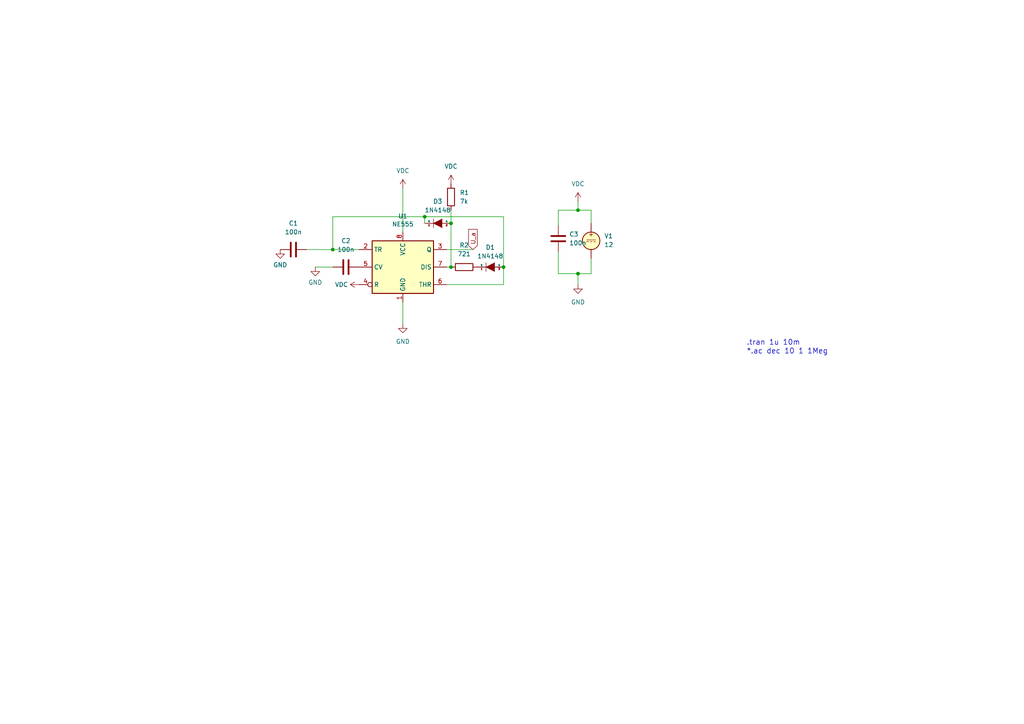
<source format=kicad_sch>
(kicad_sch (version 20230121) (generator eeschema)

  (uuid f3a3e0a1-0539-474a-8e76-e63d51e0791b)

  (paper "A4")

  (lib_symbols
    (symbol "Device:C" (pin_numbers hide) (pin_names (offset 0.254)) (in_bom yes) (on_board yes)
      (property "Reference" "C" (at 0.635 2.54 0)
        (effects (font (size 1.27 1.27)) (justify left))
      )
      (property "Value" "C" (at 0.635 -2.54 0)
        (effects (font (size 1.27 1.27)) (justify left))
      )
      (property "Footprint" "" (at 0.9652 -3.81 0)
        (effects (font (size 1.27 1.27)) hide)
      )
      (property "Datasheet" "~" (at 0 0 0)
        (effects (font (size 1.27 1.27)) hide)
      )
      (property "ki_keywords" "cap capacitor" (at 0 0 0)
        (effects (font (size 1.27 1.27)) hide)
      )
      (property "ki_description" "Unpolarized capacitor" (at 0 0 0)
        (effects (font (size 1.27 1.27)) hide)
      )
      (property "ki_fp_filters" "C_*" (at 0 0 0)
        (effects (font (size 1.27 1.27)) hide)
      )
      (symbol "C_0_1"
        (polyline
          (pts
            (xy -2.032 -0.762)
            (xy 2.032 -0.762)
          )
          (stroke (width 0.508) (type default))
          (fill (type none))
        )
        (polyline
          (pts
            (xy -2.032 0.762)
            (xy 2.032 0.762)
          )
          (stroke (width 0.508) (type default))
          (fill (type none))
        )
      )
      (symbol "C_1_1"
        (pin passive line (at 0 3.81 270) (length 2.794)
          (name "~" (effects (font (size 1.27 1.27))))
          (number "1" (effects (font (size 1.27 1.27))))
        )
        (pin passive line (at 0 -3.81 90) (length 2.794)
          (name "~" (effects (font (size 1.27 1.27))))
          (number "2" (effects (font (size 1.27 1.27))))
        )
      )
    )
    (symbol "Device:R" (pin_numbers hide) (pin_names (offset 0)) (in_bom yes) (on_board yes)
      (property "Reference" "R" (at 2.032 0 90)
        (effects (font (size 1.27 1.27)))
      )
      (property "Value" "R" (at 0 0 90)
        (effects (font (size 1.27 1.27)))
      )
      (property "Footprint" "" (at -1.778 0 90)
        (effects (font (size 1.27 1.27)) hide)
      )
      (property "Datasheet" "~" (at 0 0 0)
        (effects (font (size 1.27 1.27)) hide)
      )
      (property "ki_keywords" "R res resistor" (at 0 0 0)
        (effects (font (size 1.27 1.27)) hide)
      )
      (property "ki_description" "Resistor" (at 0 0 0)
        (effects (font (size 1.27 1.27)) hide)
      )
      (property "ki_fp_filters" "R_*" (at 0 0 0)
        (effects (font (size 1.27 1.27)) hide)
      )
      (symbol "R_0_1"
        (rectangle (start -1.016 -2.54) (end 1.016 2.54)
          (stroke (width 0.254) (type default))
          (fill (type none))
        )
      )
      (symbol "R_1_1"
        (pin passive line (at 0 3.81 270) (length 1.27)
          (name "~" (effects (font (size 1.27 1.27))))
          (number "1" (effects (font (size 1.27 1.27))))
        )
        (pin passive line (at 0 -3.81 90) (length 1.27)
          (name "~" (effects (font (size 1.27 1.27))))
          (number "2" (effects (font (size 1.27 1.27))))
        )
      )
    )
    (symbol "Simulation_SPICE:VDC" (pin_numbers hide) (pin_names (offset 0.0254)) (in_bom yes) (on_board yes)
      (property "Reference" "V" (at 2.54 2.54 0)
        (effects (font (size 1.27 1.27)) (justify left))
      )
      (property "Value" "1" (at 2.54 0 0)
        (effects (font (size 1.27 1.27)) (justify left))
      )
      (property "Footprint" "" (at 0 0 0)
        (effects (font (size 1.27 1.27)) hide)
      )
      (property "Datasheet" "~" (at 0 0 0)
        (effects (font (size 1.27 1.27)) hide)
      )
      (property "Sim.Pins" "1=+ 2=-" (at 0 0 0)
        (effects (font (size 1.27 1.27)) hide)
      )
      (property "Sim.Type" "DC" (at 0 0 0)
        (effects (font (size 1.27 1.27)) hide)
      )
      (property "Sim.Device" "V" (at 0 0 0)
        (effects (font (size 1.27 1.27)) (justify left) hide)
      )
      (property "ki_keywords" "simulation" (at 0 0 0)
        (effects (font (size 1.27 1.27)) hide)
      )
      (property "ki_description" "Voltage source, DC" (at 0 0 0)
        (effects (font (size 1.27 1.27)) hide)
      )
      (symbol "VDC_0_0"
        (polyline
          (pts
            (xy -1.27 0.254)
            (xy 1.27 0.254)
          )
          (stroke (width 0) (type default))
          (fill (type none))
        )
        (polyline
          (pts
            (xy -0.762 -0.254)
            (xy -1.27 -0.254)
          )
          (stroke (width 0) (type default))
          (fill (type none))
        )
        (polyline
          (pts
            (xy 0.254 -0.254)
            (xy -0.254 -0.254)
          )
          (stroke (width 0) (type default))
          (fill (type none))
        )
        (polyline
          (pts
            (xy 1.27 -0.254)
            (xy 0.762 -0.254)
          )
          (stroke (width 0) (type default))
          (fill (type none))
        )
        (text "+" (at 0 1.905 0)
          (effects (font (size 1.27 1.27)))
        )
      )
      (symbol "VDC_0_1"
        (circle (center 0 0) (radius 2.54)
          (stroke (width 0.254) (type default))
          (fill (type background))
        )
      )
      (symbol "VDC_1_1"
        (pin passive line (at 0 5.08 270) (length 2.54)
          (name "~" (effects (font (size 1.27 1.27))))
          (number "1" (effects (font (size 1.27 1.27))))
        )
        (pin passive line (at 0 -5.08 90) (length 2.54)
          (name "~" (effects (font (size 1.27 1.27))))
          (number "2" (effects (font (size 1.27 1.27))))
        )
      )
    )
    (symbol "Timer:NE555" (in_bom yes) (on_board yes)
      (property "Reference" "U" (at -10.16 8.89 0)
        (effects (font (size 1.27 1.27)) (justify left))
      )
      (property "Value" "Timer_NE555" (at 2.54 8.89 0)
        (effects (font (size 1.27 1.27)) (justify left))
      )
      (property "Footprint" "" (at 0 0 0)
        (effects (font (size 1.27 1.27)) hide)
      )
      (property "Datasheet" "" (at 0 0 0)
        (effects (font (size 1.27 1.27)) hide)
      )
      (property "ki_fp_filters" "SOIC*3.9x4.9mm*P1.27mm* DIP*W7.62mm* TSSOP*3x3mm*P0.65mm*" (at 0 0 0)
        (effects (font (size 1.27 1.27)) hide)
      )
      (symbol "NE555_0_0"
        (pin power_in line (at 0 -10.16 90) (length 2.54)
          (name "GND" (effects (font (size 1.27 1.27))))
          (number "1" (effects (font (size 1.27 1.27))))
        )
        (pin power_in line (at 0 10.16 270) (length 2.54)
          (name "VCC" (effects (font (size 1.27 1.27))))
          (number "8" (effects (font (size 1.27 1.27))))
        )
      )
      (symbol "NE555_0_1"
        (rectangle (start -8.89 -7.62) (end 8.89 7.62)
          (stroke (width 0.254) (type solid))
          (fill (type background))
        )
        (rectangle (start -8.89 -7.62) (end 8.89 7.62)
          (stroke (width 0.254) (type solid))
          (fill (type background))
        )
      )
      (symbol "NE555_1_1"
        (pin input line (at -12.7 5.08 0) (length 3.81)
          (name "TR" (effects (font (size 1.27 1.27))))
          (number "2" (effects (font (size 1.27 1.27))))
        )
        (pin output line (at 12.7 5.08 180) (length 3.81)
          (name "Q" (effects (font (size 1.27 1.27))))
          (number "3" (effects (font (size 1.27 1.27))))
        )
        (pin input inverted (at -12.7 -5.08 0) (length 3.81)
          (name "R" (effects (font (size 1.27 1.27))))
          (number "4" (effects (font (size 1.27 1.27))))
        )
        (pin input line (at -12.7 0 0) (length 3.81)
          (name "CV" (effects (font (size 1.27 1.27))))
          (number "5" (effects (font (size 1.27 1.27))))
        )
        (pin input line (at 12.7 -5.08 180) (length 3.81)
          (name "THR" (effects (font (size 1.27 1.27))))
          (number "6" (effects (font (size 1.27 1.27))))
        )
        (pin input line (at 12.7 0 180) (length 3.81)
          (name "DIS" (effects (font (size 1.27 1.27))))
          (number "7" (effects (font (size 1.27 1.27))))
        )
      )
    )
    (symbol "power:GND" (power) (pin_names (offset 0)) (in_bom yes) (on_board yes)
      (property "Reference" "#PWR" (at 0 -6.35 0)
        (effects (font (size 1.27 1.27)) hide)
      )
      (property "Value" "GND" (at 0 -3.81 0)
        (effects (font (size 1.27 1.27)))
      )
      (property "Footprint" "" (at 0 0 0)
        (effects (font (size 1.27 1.27)) hide)
      )
      (property "Datasheet" "" (at 0 0 0)
        (effects (font (size 1.27 1.27)) hide)
      )
      (property "ki_keywords" "global power" (at 0 0 0)
        (effects (font (size 1.27 1.27)) hide)
      )
      (property "ki_description" "Power symbol creates a global label with name \"GND\" , ground" (at 0 0 0)
        (effects (font (size 1.27 1.27)) hide)
      )
      (symbol "GND_0_1"
        (polyline
          (pts
            (xy 0 0)
            (xy 0 -1.27)
            (xy 1.27 -1.27)
            (xy 0 -2.54)
            (xy -1.27 -1.27)
            (xy 0 -1.27)
          )
          (stroke (width 0) (type default))
          (fill (type none))
        )
      )
      (symbol "GND_1_1"
        (pin power_in line (at 0 0 270) (length 0) hide
          (name "GND" (effects (font (size 1.27 1.27))))
          (number "1" (effects (font (size 1.27 1.27))))
        )
      )
    )
    (symbol "power:VDC" (power) (pin_names (offset 0)) (in_bom yes) (on_board yes)
      (property "Reference" "#PWR" (at 0 -2.54 0)
        (effects (font (size 1.27 1.27)) hide)
      )
      (property "Value" "VDC" (at 0 6.35 0)
        (effects (font (size 1.27 1.27)))
      )
      (property "Footprint" "" (at 0 0 0)
        (effects (font (size 1.27 1.27)) hide)
      )
      (property "Datasheet" "" (at 0 0 0)
        (effects (font (size 1.27 1.27)) hide)
      )
      (property "ki_keywords" "global power" (at 0 0 0)
        (effects (font (size 1.27 1.27)) hide)
      )
      (property "ki_description" "Power symbol creates a global label with name \"VDC\"" (at 0 0 0)
        (effects (font (size 1.27 1.27)) hide)
      )
      (symbol "VDC_0_1"
        (polyline
          (pts
            (xy -0.762 1.27)
            (xy 0 2.54)
          )
          (stroke (width 0) (type default))
          (fill (type none))
        )
        (polyline
          (pts
            (xy 0 0)
            (xy 0 2.54)
          )
          (stroke (width 0) (type default))
          (fill (type none))
        )
        (polyline
          (pts
            (xy 0 2.54)
            (xy 0.762 1.27)
          )
          (stroke (width 0) (type default))
          (fill (type none))
        )
      )
      (symbol "VDC_1_1"
        (pin power_in line (at 0 0 90) (length 0) hide
          (name "VDC" (effects (font (size 1.27 1.27))))
          (number "1" (effects (font (size 1.27 1.27))))
        )
      )
    )
    (symbol "rectifier_schlib:D" (pin_names (offset 0)) (in_bom yes) (on_board yes)
      (property "Reference" "D" (at 0 2.54 0)
        (effects (font (size 1.27 1.27)))
      )
      (property "Value" "D" (at 0 -2.54 0)
        (effects (font (size 1.27 1.27)))
      )
      (property "Footprint" "" (at 0 0 0)
        (effects (font (size 1.27 1.27)))
      )
      (property "Datasheet" "" (at 0 0 0)
        (effects (font (size 1.27 1.27)))
      )
      (property "ki_fp_filters" "Diode_* D-Pak_TO252AA *SingleDiode *_Diode_* *SingleDiode*" (at 0 0 0)
        (effects (font (size 1.27 1.27)) hide)
      )
      (symbol "D_0_1"
        (polyline
          (pts
            (xy -1.27 1.27)
            (xy -1.27 -1.27)
          )
          (stroke (width 0.1524) (type default))
          (fill (type none))
        )
        (polyline
          (pts
            (xy 1.27 1.27)
            (xy -1.27 0)
            (xy 1.27 -1.27)
          )
          (stroke (width 0) (type default))
          (fill (type outline))
        )
      )
      (symbol "D_1_1"
        (pin passive line (at -3.81 0 0) (length 2.54)
          (name "K" (effects (font (size 0.508 0.508))))
          (number "1" (effects (font (size 0.508 0.508))))
        )
        (pin passive line (at 3.81 0 180) (length 2.54)
          (name "A" (effects (font (size 0.508 0.508))))
          (number "2" (effects (font (size 0.508 0.508))))
        )
      )
    )
  )

  (junction (at 146.05 77.47) (diameter 0) (color 0 0 0 0)
    (uuid 13368b47-d7e9-4de5-980f-d722e1ff4904)
  )
  (junction (at 167.64 79.375) (diameter 0) (color 0 0 0 0)
    (uuid 1687c296-e1fd-4ca6-b664-f7f4a9d8aa74)
  )
  (junction (at 123.19 62.865) (diameter 0) (color 0 0 0 0)
    (uuid 20f6fa54-eda2-452b-abd3-2dc005210fa7)
  )
  (junction (at 130.81 64.77) (diameter 0) (color 0 0 0 0)
    (uuid 3d063861-60b1-4c80-9ab4-95bbed7ccabf)
  )
  (junction (at 167.64 60.96) (diameter 0) (color 0 0 0 0)
    (uuid 58bc204c-fa1d-42fe-9bcd-ea64954e5bad)
  )
  (junction (at 130.81 77.47) (diameter 0) (color 0 0 0 0)
    (uuid 6f4b30cf-30e2-4d93-8e68-df3c28903663)
  )
  (junction (at 96.52 72.39) (diameter 0) (color 0 0 0 0)
    (uuid 92994780-8a39-47c6-8e82-2409d6088232)
  )

  (wire (pts (xy 116.84 54.61) (xy 116.84 67.31))
    (stroke (width 0) (type default))
    (uuid 04e2742a-bc94-46e0-9d9f-bc5ac9654093)
  )
  (wire (pts (xy 167.64 82.55) (xy 167.64 79.375))
    (stroke (width 0) (type default))
    (uuid 06b719c9-4af5-4651-9fc3-9d475fab48d2)
  )
  (wire (pts (xy 130.81 77.47) (xy 130.81 64.77))
    (stroke (width 0) (type default))
    (uuid 0948bd9f-2061-4242-a11d-b45ed57a0b6a)
  )
  (wire (pts (xy 146.05 82.55) (xy 146.05 77.47))
    (stroke (width 0) (type default))
    (uuid 108bba23-b826-4d4a-a5eb-3dbea5b15310)
  )
  (wire (pts (xy 96.52 62.865) (xy 123.19 62.865))
    (stroke (width 0) (type default))
    (uuid 1424fa43-2be5-45c7-8a3b-b9a4e0412f76)
  )
  (wire (pts (xy 129.54 72.39) (xy 137.16 72.39))
    (stroke (width 0) (type default))
    (uuid 198a205c-3ccf-416d-bcb9-13dd2cbe0286)
  )
  (wire (pts (xy 161.925 79.375) (xy 161.925 73.025))
    (stroke (width 0) (type default))
    (uuid 1c169ecd-398d-4960-8d8d-a2c8fde72aea)
  )
  (wire (pts (xy 171.45 60.96) (xy 167.64 60.96))
    (stroke (width 0) (type default))
    (uuid 1f9de94f-275e-4b29-b3ec-27c689eb1451)
  )
  (wire (pts (xy 161.925 65.405) (xy 161.925 60.96))
    (stroke (width 0) (type default))
    (uuid 223e2f4e-403b-4094-97d8-6e8b9167d8e4)
  )
  (wire (pts (xy 167.64 79.375) (xy 171.45 79.375))
    (stroke (width 0) (type default))
    (uuid 2b7aafbe-a3fb-4120-a8cf-bfd8c4b8a1d2)
  )
  (wire (pts (xy 161.925 60.96) (xy 167.64 60.96))
    (stroke (width 0) (type default))
    (uuid 2c07fd10-56a2-4959-875f-b853ecec7426)
  )
  (wire (pts (xy 129.54 82.55) (xy 146.05 82.55))
    (stroke (width 0) (type default))
    (uuid 36421dbb-6deb-485a-a90b-011bfb1be818)
  )
  (wire (pts (xy 123.19 62.865) (xy 146.05 62.865))
    (stroke (width 0) (type default))
    (uuid 37fc97f6-6852-4242-8438-ea959e0a56b8)
  )
  (wire (pts (xy 96.52 72.39) (xy 104.14 72.39))
    (stroke (width 0) (type default))
    (uuid 398c5f47-1b04-48af-befa-54b23f5bd40d)
  )
  (wire (pts (xy 123.19 62.865) (xy 123.19 64.77))
    (stroke (width 0) (type default))
    (uuid 3f11e4ab-b96f-4058-b352-767ea6d8a9d8)
  )
  (wire (pts (xy 167.64 60.96) (xy 167.64 58.42))
    (stroke (width 0) (type default))
    (uuid 6e018d48-ed69-4856-b3a1-bdbeecde7b99)
  )
  (wire (pts (xy 129.54 77.47) (xy 130.81 77.47))
    (stroke (width 0) (type default))
    (uuid 7a88865c-55ce-4299-8927-14dc42eb6d44)
  )
  (wire (pts (xy 88.9 72.39) (xy 96.52 72.39))
    (stroke (width 0) (type default))
    (uuid 7f46db16-a67e-4fab-b14e-53733275721c)
  )
  (wire (pts (xy 116.84 87.63) (xy 116.84 93.98))
    (stroke (width 0) (type default))
    (uuid 9dd36365-9db9-4e2c-95a4-cdba51dbca55)
  )
  (wire (pts (xy 130.81 64.77) (xy 130.81 60.96))
    (stroke (width 0) (type default))
    (uuid b26e8995-1195-4f6c-bfa5-831d90eef8e2)
  )
  (wire (pts (xy 91.44 77.47) (xy 96.52 77.47))
    (stroke (width 0) (type default))
    (uuid b6885727-0f2b-4f5c-a8ad-ecb04c53161c)
  )
  (wire (pts (xy 96.52 62.865) (xy 96.52 72.39))
    (stroke (width 0) (type default))
    (uuid cd9c455d-af5f-4d09-a21d-3fc8b766e049)
  )
  (wire (pts (xy 171.45 79.375) (xy 171.45 74.93))
    (stroke (width 0) (type default))
    (uuid dfe9d962-b1dd-456c-b2dc-dffc37fc28d7)
  )
  (wire (pts (xy 167.64 79.375) (xy 161.925 79.375))
    (stroke (width 0) (type default))
    (uuid e4d35847-0f81-4e11-be05-c912fce32728)
  )
  (wire (pts (xy 171.45 64.77) (xy 171.45 60.96))
    (stroke (width 0) (type default))
    (uuid e55745c7-a771-4adf-9596-4845af7a3599)
  )
  (wire (pts (xy 146.05 77.47) (xy 146.05 62.865))
    (stroke (width 0) (type default))
    (uuid ec52ca6b-0a64-4e71-80bb-6dc1fa890a00)
  )

  (text ".tran 1u 10m\n" (at 216.535 100.33 0)
    (effects (font (size 1.524 1.524)) (justify left bottom))
    (uuid a99b3beb-0771-4d1a-b967-ff57fbd9b898)
  )
  (text "*.ac dec 10 1 1Meg\n" (at 216.535 102.87 0)
    (effects (font (size 1.524 1.524)) (justify left bottom))
    (uuid aec5e20d-1664-423f-8b51-0da23f8d4ad9)
  )

  (global_label "U_a" (shape input) (at 137.16 72.39 90) (fields_autoplaced)
    (effects (font (size 1.27 1.27)) (justify left))
    (uuid d8865af9-92b2-48ab-a084-5826e9ed7a08)
    (property "Intersheetrefs" "${INTERSHEET_REFS}" (at 137.16 65.9577 90)
      (effects (font (size 1.27 1.27)) (justify left) hide)
    )
  )

  (symbol (lib_id "Device:C") (at 161.925 69.215 0) (unit 1)
    (in_bom yes) (on_board yes) (dnp no) (fields_autoplaced)
    (uuid 061917cc-26ed-4ef5-a348-d8c720b18688)
    (property "Reference" "C3" (at 165.1 67.945 0)
      (effects (font (size 1.27 1.27)) (justify left))
    )
    (property "Value" "100n" (at 165.1 70.485 0)
      (effects (font (size 1.27 1.27)) (justify left))
    )
    (property "Footprint" "" (at 162.8902 73.025 0)
      (effects (font (size 1.27 1.27)) hide)
    )
    (property "Datasheet" "~" (at 161.925 69.215 0)
      (effects (font (size 1.27 1.27)) hide)
    )
    (pin "2" (uuid 0a20a9f5-5d32-4523-8ab8-fe31daedf5ce))
    (pin "1" (uuid 86d42a4c-37ab-4134-9768-801d0c1a5406))
    (instances
      (project "NE555_einstellbare_tastgrad"
        (path "/f3a3e0a1-0539-474a-8e76-e63d51e0791b"
          (reference "C3") (unit 1)
        )
      )
    )
  )

  (symbol (lib_id "power:GND") (at 81.28 72.39 0) (unit 1)
    (in_bom yes) (on_board yes) (dnp no) (fields_autoplaced)
    (uuid 0dae9a40-48fd-410f-b469-d7716a40460e)
    (property "Reference" "#PWR01" (at 81.28 78.74 0)
      (effects (font (size 1.27 1.27)) hide)
    )
    (property "Value" "GND" (at 81.28 76.835 0)
      (effects (font (size 1.27 1.27)))
    )
    (property "Footprint" "" (at 81.28 72.39 0)
      (effects (font (size 1.27 1.27)) hide)
    )
    (property "Datasheet" "" (at 81.28 72.39 0)
      (effects (font (size 1.27 1.27)) hide)
    )
    (pin "1" (uuid 9e15a171-72a9-4691-9fa7-7251751fea20))
    (instances
      (project "NE555_einstellbare_tastgrad"
        (path "/f3a3e0a1-0539-474a-8e76-e63d51e0791b"
          (reference "#PWR01") (unit 1)
        )
      )
    )
  )

  (symbol (lib_id "power:VDC") (at 130.81 53.34 0) (unit 1)
    (in_bom yes) (on_board yes) (dnp no) (fields_autoplaced)
    (uuid 0efbf74e-c91f-4e44-90b1-890876c04efb)
    (property "Reference" "#PWR08" (at 130.81 55.88 0)
      (effects (font (size 1.27 1.27)) hide)
    )
    (property "Value" "VDC" (at 130.81 48.26 0)
      (effects (font (size 1.27 1.27)))
    )
    (property "Footprint" "" (at 130.81 53.34 0)
      (effects (font (size 1.27 1.27)) hide)
    )
    (property "Datasheet" "" (at 130.81 53.34 0)
      (effects (font (size 1.27 1.27)) hide)
    )
    (pin "1" (uuid 17357060-14ac-4961-844e-8471f50d29d1))
    (instances
      (project "NE555_einstellbare_tastgrad"
        (path "/f3a3e0a1-0539-474a-8e76-e63d51e0791b"
          (reference "#PWR08") (unit 1)
        )
      )
    )
  )

  (symbol (lib_id "Device:R") (at 130.81 57.15 0) (unit 1)
    (in_bom yes) (on_board yes) (dnp no) (fields_autoplaced)
    (uuid 20172619-7466-4423-b7a6-b58d298f0bb3)
    (property "Reference" "R1" (at 133.35 55.88 0)
      (effects (font (size 1.27 1.27)) (justify left))
    )
    (property "Value" "7k" (at 133.35 58.42 0)
      (effects (font (size 1.27 1.27)) (justify left))
    )
    (property "Footprint" "" (at 129.032 57.15 90)
      (effects (font (size 1.27 1.27)) hide)
    )
    (property "Datasheet" "~" (at 130.81 57.15 0)
      (effects (font (size 1.27 1.27)) hide)
    )
    (pin "1" (uuid ebb64c06-835d-480e-b6b5-bfbb8dbfc29a))
    (pin "2" (uuid 601747fc-ed5a-4e35-b66a-1252e37ea859))
    (instances
      (project "NE555_einstellbare_tastgrad"
        (path "/f3a3e0a1-0539-474a-8e76-e63d51e0791b"
          (reference "R1") (unit 1)
        )
      )
    )
  )

  (symbol (lib_id "power:VDC") (at 104.14 82.55 90) (unit 1)
    (in_bom yes) (on_board yes) (dnp no) (fields_autoplaced)
    (uuid 21367867-c3e8-496b-9b06-2e0a190d06a7)
    (property "Reference" "#PWR03" (at 106.68 82.55 0)
      (effects (font (size 1.27 1.27)) hide)
    )
    (property "Value" "VDC" (at 100.965 82.55 90)
      (effects (font (size 1.27 1.27)) (justify left))
    )
    (property "Footprint" "" (at 104.14 82.55 0)
      (effects (font (size 1.27 1.27)) hide)
    )
    (property "Datasheet" "" (at 104.14 82.55 0)
      (effects (font (size 1.27 1.27)) hide)
    )
    (pin "1" (uuid 5c680694-0007-4166-8a95-853e92bb6c77))
    (instances
      (project "NE555_einstellbare_tastgrad"
        (path "/f3a3e0a1-0539-474a-8e76-e63d51e0791b"
          (reference "#PWR03") (unit 1)
        )
      )
    )
  )

  (symbol (lib_id "rectifier_schlib:D") (at 142.24 77.47 0) (unit 1)
    (in_bom yes) (on_board yes) (dnp no) (fields_autoplaced)
    (uuid 21faa261-87ec-4a36-a92a-9bde9a9fff3f)
    (property "Reference" "D1" (at 142.2019 71.755 0)
      (effects (font (size 1.27 1.27)))
    )
    (property "Value" "1N4148" (at 142.2019 74.295 0)
      (effects (font (size 1.27 1.27)))
    )
    (property "Footprint" "" (at 142.24 77.47 0)
      (effects (font (size 1.27 1.27)))
    )
    (property "Datasheet" "" (at 142.24 77.47 0)
      (effects (font (size 1.27 1.27)))
    )
    (property "Fieldname" "Value" (at 142.24 77.47 0)
      (effects (font (size 1.524 1.524)) hide)
    )
    (property "Sim.Library" "diode.mod" (at 142.24 77.47 0)
      (effects (font (size 1.27 1.27)) hide)
    )
    (property "Sim.Name" "1N4148" (at 142.24 77.47 0)
      (effects (font (size 1.27 1.27)) hide)
    )
    (property "Sim.Pins" "2=1 1=2" (at 142.24 77.47 0)
      (effects (font (size 1.524 1.524)) hide)
    )
    (pin "1" (uuid 37c74391-fbe3-455a-b90c-4db08c08a95f))
    (pin "2" (uuid 0daffa2c-b67d-4f63-b096-65af757fe971))
    (instances
      (project "NE555_einstellbare_tastgrad"
        (path "/f3a3e0a1-0539-474a-8e76-e63d51e0791b"
          (reference "D1") (unit 1)
        )
      )
    )
  )

  (symbol (lib_id "Simulation_SPICE:VDC") (at 171.45 69.85 0) (unit 1)
    (in_bom yes) (on_board yes) (dnp no) (fields_autoplaced)
    (uuid 3125c62c-d372-469d-8064-137e5d5760f5)
    (property "Reference" "V1" (at 175.26 68.4502 0)
      (effects (font (size 1.27 1.27)) (justify left))
    )
    (property "Value" "12" (at 175.26 70.9902 0)
      (effects (font (size 1.27 1.27)) (justify left))
    )
    (property "Footprint" "" (at 171.45 69.85 0)
      (effects (font (size 1.27 1.27)) hide)
    )
    (property "Datasheet" "~" (at 171.45 69.85 0)
      (effects (font (size 1.27 1.27)) hide)
    )
    (property "Sim.Pins" "1=+ 2=-" (at 171.45 69.85 0)
      (effects (font (size 1.27 1.27)) hide)
    )
    (property "Sim.Type" "DC" (at 171.45 69.85 0)
      (effects (font (size 1.27 1.27)) hide)
    )
    (property "Sim.Device" "V" (at 171.45 69.85 0)
      (effects (font (size 1.27 1.27)) (justify left) hide)
    )
    (pin "1" (uuid d96643f9-465b-4bc5-b409-ea2d1a28f84e))
    (pin "2" (uuid b5e9417a-ae92-4008-bda0-c65f8fbfaac4))
    (instances
      (project "NE555_einstellbare_tastgrad"
        (path "/f3a3e0a1-0539-474a-8e76-e63d51e0791b"
          (reference "V1") (unit 1)
        )
      )
    )
  )

  (symbol (lib_id "Timer:NE555") (at 116.84 77.47 0) (unit 1)
    (in_bom yes) (on_board yes) (dnp no)
    (uuid 3498450f-e71c-48ed-927f-eb871a6a0eea)
    (property "Reference" "U1" (at 116.84 62.7126 0)
      (effects (font (size 1.27 1.27)))
    )
    (property "Value" "NE555" (at 116.84 65.024 0)
      (effects (font (size 1.27 1.27)))
    )
    (property "Footprint" "" (at 116.84 77.47 0)
      (effects (font (size 1.27 1.27)) hide)
    )
    (property "Datasheet" "http://www.ti.com/lit/ds/symlink/ne555.pdf" (at 116.84 77.47 0)
      (effects (font (size 1.27 1.27)) hide)
    )
    (property "Spice_Primitive" "X" (at 116.84 77.47 0)
      (effects (font (size 1.27 1.27)) hide)
    )
    (property "Spice_Model" "NE555" (at 116.84 77.47 0)
      (effects (font (size 1.27 1.27)) hide)
    )
    (property "Spice_Netlist_Enabled" "Y" (at 116.84 77.47 0)
      (effects (font (size 1.27 1.27)) hide)
    )
    (property "Spice_Lib_File" "NE555.lib" (at 116.84 77.47 0)
      (effects (font (size 1.27 1.27)) hide)
    )
    (property "Sim.Library" "NE555.lib" (at 116.84 77.47 0)
      (effects (font (size 1.27 1.27)) hide)
    )
    (property "Sim.Name" "NE555" (at 116.84 77.47 0)
      (effects (font (size 1.27 1.27)) hide)
    )
    (property "Sim.Device" "SUBCKT" (at 116.84 77.47 0)
      (effects (font (size 1.27 1.27)) hide)
    )
    (property "Sim.Pins" "1=1 2=2 3=3 4=4 5=5 6=6 7=7 8=8" (at 116.84 77.47 0)
      (effects (font (size 1.27 1.27)) hide)
    )
    (pin "2" (uuid fd5c93a0-c520-454e-b9d3-9aa1448a5f66))
    (pin "1" (uuid b59a1b68-1d84-4ef3-b65f-f908067ebadc))
    (pin "6" (uuid 46455b6b-e808-4471-a5b9-2551a3d7c4a7))
    (pin "7" (uuid 63665ada-66d9-4a5a-8798-4c42e0c1c82c))
    (pin "3" (uuid 6a093344-4759-4ecf-951b-b47b484b1a5a))
    (pin "8" (uuid a03da39c-30e5-4a71-a578-28b6d81ee1a8))
    (pin "4" (uuid ea90430a-a01b-44ea-96ce-e15dad571496))
    (pin "5" (uuid 361d0330-4d03-463b-864b-5f1af78b9799))
    (instances
      (project "NE555_einstellbare_tastgrad"
        (path "/f3a3e0a1-0539-474a-8e76-e63d51e0791b"
          (reference "U1") (unit 1)
        )
      )
    )
  )

  (symbol (lib_id "Device:C") (at 85.09 72.39 90) (unit 1)
    (in_bom yes) (on_board yes) (dnp no) (fields_autoplaced)
    (uuid 5f1056be-a3e4-4048-9303-41a018abbd07)
    (property "Reference" "C1" (at 85.09 64.77 90)
      (effects (font (size 1.27 1.27)))
    )
    (property "Value" "100n" (at 85.09 67.31 90)
      (effects (font (size 1.27 1.27)))
    )
    (property "Footprint" "" (at 88.9 71.4248 0)
      (effects (font (size 1.27 1.27)) hide)
    )
    (property "Datasheet" "~" (at 85.09 72.39 0)
      (effects (font (size 1.27 1.27)) hide)
    )
    (pin "2" (uuid 2a5aeea7-6714-4a0e-ad58-d72eada2258e))
    (pin "1" (uuid b9cea2e8-926a-4926-bf7d-6d3e3756a256))
    (instances
      (project "NE555_einstellbare_tastgrad"
        (path "/f3a3e0a1-0539-474a-8e76-e63d51e0791b"
          (reference "C1") (unit 1)
        )
      )
    )
  )

  (symbol (lib_id "Device:C") (at 100.33 77.47 90) (unit 1)
    (in_bom yes) (on_board yes) (dnp no) (fields_autoplaced)
    (uuid 787ba749-d165-47f4-a749-f0c0027ad3b6)
    (property "Reference" "C2" (at 100.33 69.85 90)
      (effects (font (size 1.27 1.27)))
    )
    (property "Value" "100n" (at 100.33 72.39 90)
      (effects (font (size 1.27 1.27)))
    )
    (property "Footprint" "" (at 104.14 76.5048 0)
      (effects (font (size 1.27 1.27)) hide)
    )
    (property "Datasheet" "~" (at 100.33 77.47 0)
      (effects (font (size 1.27 1.27)) hide)
    )
    (pin "2" (uuid b95ed568-05be-4aac-bd4f-1ae2bcd77751))
    (pin "1" (uuid 715ff9f3-8697-4291-a565-8a988ae3ab1e))
    (instances
      (project "NE555_einstellbare_tastgrad"
        (path "/f3a3e0a1-0539-474a-8e76-e63d51e0791b"
          (reference "C2") (unit 1)
        )
      )
    )
  )

  (symbol (lib_id "rectifier_schlib:D") (at 127 64.77 0) (unit 1)
    (in_bom yes) (on_board yes) (dnp no) (fields_autoplaced)
    (uuid 7d257bba-05b1-4567-bf0d-675239617ecd)
    (property "Reference" "D3" (at 126.9619 58.42 0)
      (effects (font (size 1.27 1.27)))
    )
    (property "Value" "1N4148" (at 126.9619 60.96 0)
      (effects (font (size 1.27 1.27)))
    )
    (property "Footprint" "" (at 127 64.77 0)
      (effects (font (size 1.27 1.27)))
    )
    (property "Datasheet" "" (at 127 64.77 0)
      (effects (font (size 1.27 1.27)))
    )
    (property "Fieldname" "Value" (at 127 64.77 0)
      (effects (font (size 1.524 1.524)) hide)
    )
    (property "Sim.Library" "diode.mod" (at 127 64.77 0)
      (effects (font (size 1.27 1.27)) hide)
    )
    (property "Sim.Name" "1N4148" (at 127 64.77 0)
      (effects (font (size 1.27 1.27)) hide)
    )
    (property "Sim.Pins" "2=1 1=2" (at 127 64.77 0)
      (effects (font (size 1.524 1.524)) hide)
    )
    (pin "1" (uuid ef135950-26df-480e-aba3-1c6b206e30d9))
    (pin "2" (uuid 9722ff0c-01ca-46b6-b435-87e32f3fd0f7))
    (instances
      (project "NE555_einstellbare_tastgrad"
        (path "/f3a3e0a1-0539-474a-8e76-e63d51e0791b"
          (reference "D3") (unit 1)
        )
      )
    )
  )

  (symbol (lib_id "power:VDC") (at 116.84 54.61 0) (unit 1)
    (in_bom yes) (on_board yes) (dnp no) (fields_autoplaced)
    (uuid 898f2997-52c9-4d86-8aab-5c54121b1cce)
    (property "Reference" "#PWR04" (at 116.84 57.15 0)
      (effects (font (size 1.27 1.27)) hide)
    )
    (property "Value" "VDC" (at 116.84 49.53 0)
      (effects (font (size 1.27 1.27)))
    )
    (property "Footprint" "" (at 116.84 54.61 0)
      (effects (font (size 1.27 1.27)) hide)
    )
    (property "Datasheet" "" (at 116.84 54.61 0)
      (effects (font (size 1.27 1.27)) hide)
    )
    (pin "1" (uuid ff88e136-8764-4d82-99ee-dc5f3aad2f5d))
    (instances
      (project "NE555_einstellbare_tastgrad"
        (path "/f3a3e0a1-0539-474a-8e76-e63d51e0791b"
          (reference "#PWR04") (unit 1)
        )
      )
    )
  )

  (symbol (lib_id "power:GND") (at 91.44 77.47 0) (unit 1)
    (in_bom yes) (on_board yes) (dnp no) (fields_autoplaced)
    (uuid 95477cbf-56ac-48b5-978f-b73c7ac94876)
    (property "Reference" "#PWR02" (at 91.44 83.82 0)
      (effects (font (size 1.27 1.27)) hide)
    )
    (property "Value" "GND" (at 91.44 81.915 0)
      (effects (font (size 1.27 1.27)))
    )
    (property "Footprint" "" (at 91.44 77.47 0)
      (effects (font (size 1.27 1.27)) hide)
    )
    (property "Datasheet" "" (at 91.44 77.47 0)
      (effects (font (size 1.27 1.27)) hide)
    )
    (pin "1" (uuid 080f1c12-9714-4117-92b0-0c651de5e1ff))
    (instances
      (project "NE555_einstellbare_tastgrad"
        (path "/f3a3e0a1-0539-474a-8e76-e63d51e0791b"
          (reference "#PWR02") (unit 1)
        )
      )
    )
  )

  (symbol (lib_id "Device:R") (at 134.62 77.47 90) (unit 1)
    (in_bom yes) (on_board yes) (dnp no) (fields_autoplaced)
    (uuid bae4fa2b-deda-43ef-b081-d61b8ac03ae6)
    (property "Reference" "R2" (at 134.62 71.12 90)
      (effects (font (size 1.27 1.27)))
    )
    (property "Value" "721" (at 134.62 73.66 90)
      (effects (font (size 1.27 1.27)))
    )
    (property "Footprint" "" (at 134.62 79.248 90)
      (effects (font (size 1.27 1.27)) hide)
    )
    (property "Datasheet" "~" (at 134.62 77.47 0)
      (effects (font (size 1.27 1.27)) hide)
    )
    (pin "1" (uuid 2e01a3aa-9e19-4924-ae4c-9d955f5ecf01))
    (pin "2" (uuid 53d718e0-0f52-4743-a6cf-226ebfdee58b))
    (instances
      (project "NE555_einstellbare_tastgrad"
        (path "/f3a3e0a1-0539-474a-8e76-e63d51e0791b"
          (reference "R2") (unit 1)
        )
      )
    )
  )

  (symbol (lib_id "power:VDC") (at 167.64 58.42 0) (unit 1)
    (in_bom yes) (on_board yes) (dnp no) (fields_autoplaced)
    (uuid c726cae3-7fa2-47de-b5fb-705fce758c3b)
    (property "Reference" "#PWR06" (at 167.64 60.96 0)
      (effects (font (size 1.27 1.27)) hide)
    )
    (property "Value" "VDC" (at 167.64 53.34 0)
      (effects (font (size 1.27 1.27)))
    )
    (property "Footprint" "" (at 167.64 58.42 0)
      (effects (font (size 1.27 1.27)) hide)
    )
    (property "Datasheet" "" (at 167.64 58.42 0)
      (effects (font (size 1.27 1.27)) hide)
    )
    (pin "1" (uuid 327654c3-e1c6-4345-92e1-e9e9b5fe33a5))
    (instances
      (project "NE555_einstellbare_tastgrad"
        (path "/f3a3e0a1-0539-474a-8e76-e63d51e0791b"
          (reference "#PWR06") (unit 1)
        )
      )
    )
  )

  (symbol (lib_id "power:GND") (at 116.84 93.98 0) (unit 1)
    (in_bom yes) (on_board yes) (dnp no) (fields_autoplaced)
    (uuid d3588947-1027-4d4f-b3f4-c17b5c238146)
    (property "Reference" "#PWR05" (at 116.84 100.33 0)
      (effects (font (size 1.27 1.27)) hide)
    )
    (property "Value" "GND" (at 116.84 99.06 0)
      (effects (font (size 1.27 1.27)))
    )
    (property "Footprint" "" (at 116.84 93.98 0)
      (effects (font (size 1.27 1.27)) hide)
    )
    (property "Datasheet" "" (at 116.84 93.98 0)
      (effects (font (size 1.27 1.27)) hide)
    )
    (pin "1" (uuid 49b3c7dc-837d-4dd8-be7d-e17a5b3d3920))
    (instances
      (project "NE555_einstellbare_tastgrad"
        (path "/f3a3e0a1-0539-474a-8e76-e63d51e0791b"
          (reference "#PWR05") (unit 1)
        )
      )
    )
  )

  (symbol (lib_id "power:GND") (at 167.64 82.55 0) (unit 1)
    (in_bom yes) (on_board yes) (dnp no) (fields_autoplaced)
    (uuid fb0b6e37-3df4-4662-acb1-ad8fe25c65a3)
    (property "Reference" "#PWR07" (at 167.64 88.9 0)
      (effects (font (size 1.27 1.27)) hide)
    )
    (property "Value" "GND" (at 167.64 87.63 0)
      (effects (font (size 1.27 1.27)))
    )
    (property "Footprint" "" (at 167.64 82.55 0)
      (effects (font (size 1.27 1.27)) hide)
    )
    (property "Datasheet" "" (at 167.64 82.55 0)
      (effects (font (size 1.27 1.27)) hide)
    )
    (pin "1" (uuid bac5634b-8cdc-4bbe-a0e1-5874bccd74f2))
    (instances
      (project "NE555_einstellbare_tastgrad"
        (path "/f3a3e0a1-0539-474a-8e76-e63d51e0791b"
          (reference "#PWR07") (unit 1)
        )
      )
    )
  )

  (sheet_instances
    (path "/" (page "1"))
  )
)

</source>
